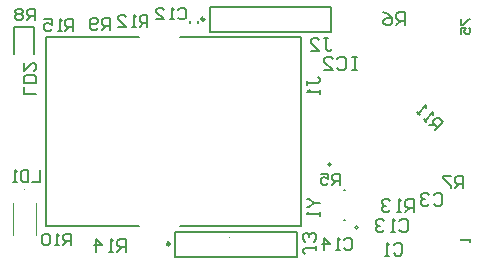
<source format=gto>
G04*
G04 #@! TF.GenerationSoftware,Altium Limited,Altium Designer,22.7.1 (60)*
G04*
G04 Layer_Color=65535*
%FSLAX44Y44*%
%MOMM*%
G71*
G04*
G04 #@! TF.SameCoordinates,2F50B947-C67E-4D0A-9455-C6AB2E86B346*
G04*
G04*
G04 #@! TF.FilePolarity,Positive*
G04*
G01*
G75*
%ADD10C,0.1000*%
%ADD11C,0.2500*%
%ADD12C,0.2000*%
%ADD13C,0.1500*%
D10*
X144980Y60710D02*
G03*
X144980Y59710I0J-500D01*
G01*
D02*
G03*
X144980Y60710I0J500D01*
G01*
X-28248Y100946D02*
G03*
X-28248Y101946I0J500D01*
G01*
D02*
G03*
X-28248Y100946I0J-500D01*
G01*
X-38248Y62446D02*
Y89446D01*
X-18248Y62446D02*
Y89446D01*
D11*
X121347Y244856D02*
G03*
X121347Y244856I1250J0D01*
G01*
X92137Y54610D02*
G03*
X92137Y54610I1250J0D01*
G01*
D12*
X228830Y122000D02*
G03*
X228830Y122000I1000J0D01*
G01*
X252770Y69630D02*
G03*
X252770Y67630I0J-1000D01*
G01*
D02*
G03*
X252770Y69630I0J1000D01*
G01*
X68980Y69860D02*
X-9920D01*
Y229860D01*
X68980D02*
X-9920D01*
X205980D02*
X102980D01*
X205980Y69860D02*
Y229860D01*
Y69860D02*
X102980D01*
X118508Y242070D02*
Y243070D01*
X111508Y242070D02*
Y243070D01*
X231467Y234226D02*
Y255016D01*
X128597D01*
X138922Y234226D02*
X128597D01*
Y255016D01*
X231467Y234226D02*
X138922D01*
X202257Y43980D02*
Y64770D01*
X99387D01*
X109712Y43980D02*
X99387D01*
Y64770D01*
X202257Y43980D02*
X109712D01*
X-37260Y215258D02*
Y238258D01*
X-20760D02*
X-37260D01*
X-20760Y215258D02*
Y238258D01*
X243270Y75130D02*
X242270D01*
X243270Y100130D02*
X242270D01*
X211110Y188976D02*
Y192642D01*
Y190809D01*
X220273D01*
X222106Y192642D01*
Y194474D01*
X220273Y196307D01*
X222106Y185310D02*
Y181645D01*
Y183478D01*
X211110D01*
X212943Y185310D01*
X218296Y53031D02*
Y49366D01*
Y51199D01*
X209133D01*
X207300Y49366D01*
Y47533D01*
X209133Y45700D01*
X216464Y56697D02*
X218296Y58530D01*
Y62195D01*
X216464Y64028D01*
X214631D01*
X212798Y62195D01*
Y60362D01*
Y62195D01*
X210965Y64028D01*
X209133D01*
X207300Y62195D01*
Y58530D01*
X209133Y56697D01*
X224791Y228764D02*
X228456D01*
X226623D01*
Y219601D01*
X228456Y217768D01*
X230289D01*
X232122Y219601D01*
X213794Y217768D02*
X221125D01*
X213794Y225099D01*
Y226931D01*
X215627Y228764D01*
X219293D01*
X221125Y226931D01*
X-18424Y181235D02*
X-28420D01*
Y187899D01*
X-18424Y191232D02*
X-28420D01*
Y196230D01*
X-26754Y197896D01*
X-20090D01*
X-18424Y196230D01*
Y191232D01*
X-28420Y207893D02*
Y201229D01*
X-21756Y207893D01*
X-20090D01*
X-18424Y206227D01*
Y202895D01*
X-20090Y201229D01*
X-15061Y117012D02*
Y107016D01*
X-21726D01*
X-25058Y117012D02*
Y107016D01*
X-30056D01*
X-31722Y108682D01*
Y115346D01*
X-30056Y117012D01*
X-25058D01*
X-35055Y107016D02*
X-38387D01*
X-36721D01*
Y117012D01*
X-35055Y115346D01*
X210856Y92929D02*
X212689D01*
X216354Y89263D01*
X212689Y85598D01*
X210856D01*
X216354Y89263D02*
X221852D01*
Y81932D02*
Y78267D01*
Y80100D01*
X210856D01*
X212689Y81932D01*
X289063Y73769D02*
X290895Y75602D01*
X294561D01*
X296394Y73769D01*
Y66438D01*
X294561Y64606D01*
X290895D01*
X289063Y66438D01*
X285397Y64606D02*
X281732D01*
X283564D01*
Y75602D01*
X285397Y73769D01*
X276233D02*
X274401Y75602D01*
X270735D01*
X268902Y73769D01*
Y71937D01*
X270735Y70104D01*
X272568D01*
X270735D01*
X268902Y68271D01*
Y66438D01*
X270735Y64606D01*
X274401D01*
X276233Y66438D01*
X284172Y53958D02*
X286005Y55790D01*
X289670D01*
X291503Y53958D01*
Y46627D01*
X289670Y44794D01*
X286005D01*
X284172Y46627D01*
X280506Y44794D02*
X276841D01*
X278674D01*
Y55790D01*
X280506Y53958D01*
X318009Y96122D02*
X319841Y97954D01*
X323507D01*
X325340Y96122D01*
Y88791D01*
X323507Y86958D01*
X319841D01*
X318009Y88791D01*
X314343Y96122D02*
X312511Y97954D01*
X308845D01*
X307012Y96122D01*
Y94289D01*
X308845Y92456D01*
X310678D01*
X308845D01*
X307012Y90623D01*
Y88791D01*
X308845Y86958D01*
X312511D01*
X314343Y88791D01*
X101536Y253014D02*
X103202Y254680D01*
X106534D01*
X108200Y253014D01*
Y246350D01*
X106534Y244684D01*
X103202D01*
X101536Y246350D01*
X98203Y244684D02*
X94871D01*
X96537D01*
Y254680D01*
X98203Y253014D01*
X83208Y244684D02*
X89873D01*
X83208Y251348D01*
Y253014D01*
X84874Y254680D01*
X88206D01*
X89873Y253014D01*
X242251Y57688D02*
X243918Y59354D01*
X247250D01*
X248916Y57688D01*
Y51024D01*
X247250Y49358D01*
X243918D01*
X242251Y51024D01*
X238919Y49358D02*
X235587D01*
X237253D01*
Y59354D01*
X238919Y57688D01*
X225590Y49358D02*
Y59354D01*
X230588Y54356D01*
X223924D01*
X238944Y104222D02*
Y114218D01*
X233945D01*
X232279Y112552D01*
Y109220D01*
X233945Y107554D01*
X238944D01*
X235612D02*
X232279Y104222D01*
X222283Y114218D02*
X228947D01*
Y109220D01*
X225615Y110886D01*
X223949D01*
X222283Y109220D01*
Y105888D01*
X223949Y104222D01*
X227281D01*
X228947Y105888D01*
X293844Y240120D02*
Y251116D01*
X288346D01*
X286513Y249284D01*
Y245618D01*
X288346Y243785D01*
X293844D01*
X290178D02*
X286513Y240120D01*
X275516Y251116D02*
X279182Y249284D01*
X282847Y245618D01*
Y241952D01*
X281014Y240120D01*
X277349D01*
X275516Y241952D01*
Y243785D01*
X277349Y245618D01*
X282847D01*
X342541Y101936D02*
Y111932D01*
X337542D01*
X335876Y110266D01*
Y106934D01*
X337542Y105268D01*
X342541D01*
X339208D02*
X335876Y101936D01*
X332544Y111932D02*
X325879D01*
Y110266D01*
X332544Y103602D01*
Y101936D01*
X-19663Y243922D02*
Y253918D01*
X-24662D01*
X-26328Y252252D01*
Y248920D01*
X-24662Y247254D01*
X-19663D01*
X-22996D02*
X-26328Y243922D01*
X-29660Y252252D02*
X-31326Y253918D01*
X-34659D01*
X-36325Y252252D01*
Y250586D01*
X-34659Y248920D01*
X-36325Y247254D01*
Y245588D01*
X-34659Y243922D01*
X-31326D01*
X-29660Y245588D01*
Y247254D01*
X-31326Y248920D01*
X-29660Y250586D01*
Y252252D01*
X-31326Y248920D02*
X-34659D01*
X43837Y236048D02*
Y246044D01*
X38838D01*
X37172Y244378D01*
Y241046D01*
X38838Y239380D01*
X43837D01*
X40504D02*
X37172Y236048D01*
X33840Y237714D02*
X32174Y236048D01*
X28842D01*
X27175Y237714D01*
Y244378D01*
X28842Y246044D01*
X32174D01*
X33840Y244378D01*
Y242712D01*
X32174Y241046D01*
X27175D01*
X11172Y53422D02*
Y63418D01*
X6174D01*
X4507Y61752D01*
Y58420D01*
X6174Y56754D01*
X11172D01*
X7840D02*
X4507Y53422D01*
X1175D02*
X-2157D01*
X-491D01*
Y63418D01*
X1175Y61752D01*
X-7156D02*
X-8822Y63418D01*
X-12154D01*
X-13820Y61752D01*
Y55088D01*
X-12154Y53422D01*
X-8822D01*
X-7156Y55088D01*
Y61752D01*
X319029Y150733D02*
X326098Y157802D01*
X322564Y161336D01*
X320208D01*
X317851Y158980D01*
Y156624D01*
X321386Y153090D01*
X319029Y155446D02*
X314317D01*
X311961Y157802D02*
X309604Y160158D01*
X310783Y158980D01*
X317851Y166049D01*
Y163693D01*
X306070D02*
X303714Y166049D01*
X304892Y164871D01*
X311961Y171940D01*
Y169583D01*
X301474Y81624D02*
Y92620D01*
X295975D01*
X294143Y90787D01*
Y87122D01*
X295975Y85289D01*
X301474D01*
X297808D02*
X294143Y81624D01*
X290477D02*
X286812D01*
X288644D01*
Y92620D01*
X290477Y90787D01*
X281313D02*
X279481Y92620D01*
X275815D01*
X273982Y90787D01*
Y88955D01*
X275815Y87122D01*
X277648D01*
X275815D01*
X273982Y85289D01*
Y83456D01*
X275815Y81624D01*
X279481D01*
X281313Y83456D01*
X12950Y235032D02*
Y245028D01*
X7952D01*
X6285Y243362D01*
Y240030D01*
X7952Y238364D01*
X12950D01*
X9618D02*
X6285Y235032D01*
X2953D02*
X-379D01*
X1287D01*
Y245028D01*
X2953Y243362D01*
X-12042Y245028D02*
X-5378D01*
Y240030D01*
X-8710Y241696D01*
X-10376D01*
X-12042Y240030D01*
Y236698D01*
X-10376Y235032D01*
X-7044D01*
X-5378Y236698D01*
X57634Y48096D02*
Y59092D01*
X52135D01*
X50303Y57259D01*
Y53594D01*
X52135Y51761D01*
X57634D01*
X53968D02*
X50303Y48096D01*
X46637D02*
X42972D01*
X44804D01*
Y59092D01*
X46637Y57259D01*
X31975Y48096D02*
Y59092D01*
X37473Y53594D01*
X30142D01*
X75688Y238334D02*
Y248330D01*
X70690D01*
X69023Y246664D01*
Y243332D01*
X70690Y241666D01*
X75688D01*
X72356D02*
X69023Y238334D01*
X65691D02*
X62359D01*
X64025D01*
Y248330D01*
X65691Y246664D01*
X50696Y238334D02*
X57361D01*
X50696Y244998D01*
Y246664D01*
X52362Y248330D01*
X55694D01*
X57361Y246664D01*
X252960Y212762D02*
X249294D01*
X251127D01*
Y201766D01*
X252960D01*
X249294D01*
X236465Y210930D02*
X238298Y212762D01*
X241963D01*
X243796Y210930D01*
Y203598D01*
X241963Y201766D01*
X238298D01*
X236465Y203598D01*
X225468Y201766D02*
X232799D01*
X225468Y209097D01*
Y210930D01*
X227301Y212762D01*
X230967D01*
X232799Y210930D01*
D13*
X348434Y58928D02*
Y56429D01*
Y57678D01*
X340936D01*
X342186Y58928D01*
X341582Y245000D02*
Y240002D01*
X342832D01*
X347830Y245000D01*
X349080D01*
X341582Y232504D02*
Y237502D01*
X345331D01*
X344082Y235003D01*
Y233754D01*
X345331Y232504D01*
X347830D01*
X349080Y233754D01*
Y236253D01*
X347830Y237502D01*
M02*

</source>
